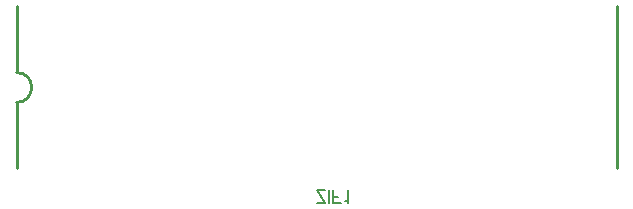
<source format=gbo>
G04 Layer: BottomSilkLayer*
G04 EasyEDA v6.3.22, 2020-01-25T23:38:18+00:00*
G04 9703bbce67ff49f59cf1a8212616356f,50f9dc15ed21485093dd89aa00421481,09*
G04 Gerber Generator version 0.2*
G04 Scale: 100 percent, Rotated: No, Reflected: No *
G04 Dimensions in inches *
G04 leading zeros omitted , absolute positions ,2 integer and 4 decimal *
%FSLAX24Y24*%
%MOIN*%
G90*
G70D02*

%ADD10C,0.010000*%
%ADD13C,0.006000*%

%LPD*%
G54D10*
G01X2800Y2067D02*
G01X2800Y4267D01*
G01X22800Y7467D02*
G01X22800Y2067D01*
G01X2800Y5267D02*
G01X2800Y7467D01*
G54D13*
G01X13086Y911D02*
G01X12800Y1341D01*
G01X12800Y911D02*
G01X13086Y911D01*
G01X12800Y1341D02*
G01X13086Y1341D01*
G01X13221Y911D02*
G01X13221Y1341D01*
G01X13356Y911D02*
G01X13356Y1341D01*
G01X13356Y911D02*
G01X13622Y911D01*
G01X13356Y1116D02*
G01X13519Y1116D01*
G01X13757Y993D02*
G01X13798Y972D01*
G01X13859Y911D01*
G01X13859Y1341D01*
G54D10*
G75*
G01X2800Y5267D02*
G02X2800Y4267I0J-500D01*
G01*
M00*
M02*

</source>
